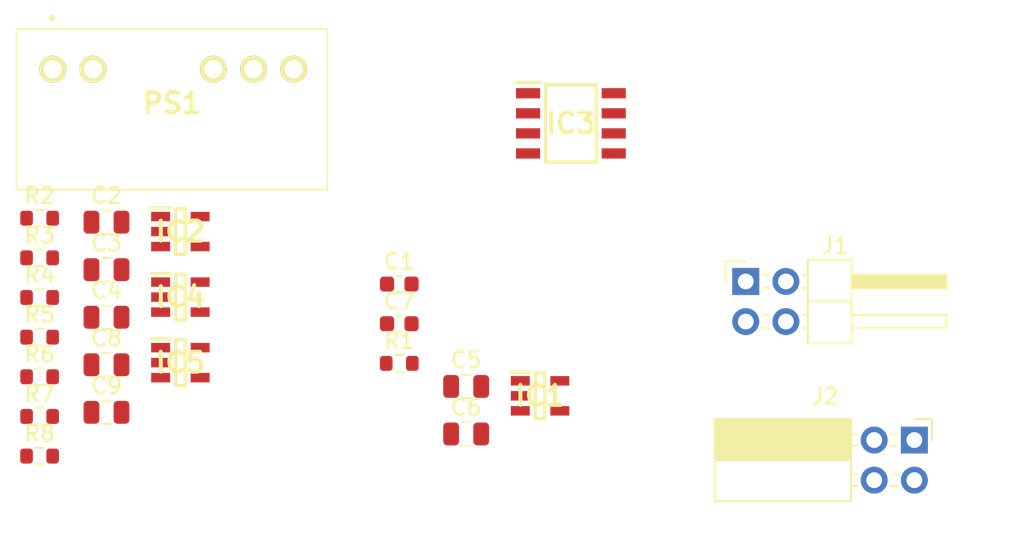
<source format=kicad_pcb>
(kicad_pcb (version 20241229) (generator "pcbnew") (generator_version "9.0")
  (layers (0 "F.Cu" signal) (2 "B.Cu" signal) (13 "F.Paste" user) (15 "B.Paste" user) (5 "F.SilkS" user "F.Silkscreen") (7 "B.SilkS" user "B.Silkscreen") (1 "F.Mask" user) (3 "B.Mask" user) (25 "Edge.Cuts" user))
  (net 0 "")
  (net 2 "/PWM_iso/5,5V")
  (net 3 "/PWM_iso/V-_DRIVER")
  (net 4 "GND")
  (net 5 "+12V")
  (net 6 "GND_Driver")
  (net 7 "Net-(IC4-EN)")
  (net 8 "Net-(IC2--IN)")
  (net 9 "+3.3V")
  (net 10 "/PowerSupply_iso/V+_Driver")
  (net 12 "Net-(IC2-ADJ)")
  (net 13 "/PWM_iso/PWM_IN")
  (net 14 "/PWM_iso/PWM_OUT")
  (net 15 "Net-(IC4-ADJ)")
  (net 17 "Net-(PS1--VOUT)")
  (net 18 "Net-(PS1-+VOUT)")
  (footprint "Resistor_SMD:R_0603_1608Metric" (layer "F.Cu") (at 77.945 35.725)
    (property "Reference" "R4" (at 0 -1.43 0) (layer "F.SilkS"))
    (property "Value" "240")
    (fp_line (start -0.237258 -0.5225) (end 0.237258 -0.5225) (stroke (width 0.12)) (layer "F.SilkS"))
    (fp_line (start -0.237258 0.5225) (end 0.237258 0.5225) (stroke (width 0.12)) (layer "F.SilkS"))
    (pad "1" smd roundrect (at -0.825 0) (size 0.8 0.95) (layers "F.Cu" "F.Mask" "F.Paste") (net 15 "Net-(IC4-ADJ)"))
    (pad "2" smd roundrect (at 0.825 0) (size 0.8 0.95) (layers "F.Cu" "F.Mask" "F.Paste") (net 6 "GND_Driver"))
  )
  (footprint "SamacSys_Parts:MEJ2D1212SC" (layer "F.Cu") (at 78.775 21.27)
    (property "Reference" "PS1" (at 7.54 2.15 0) (layer "F.SilkS") (effects (font (size 1.27 1.27) (thickness 0.254))))
    (property "Value" "MEJ2D1212SC" (hide yes))
    (fp_line (start -2.285 -2.53) (end 17.365 -2.53) (stroke (width 0.1)) (layer "F.SilkS"))
    (fp_line (start -2.285 7.63) (end -2.285 -2.53) (stroke (width 0.1)) (layer "F.SilkS"))
    (fp_line (start -0.155 -3.23) (end -0.155 -3.23) (stroke (width 0.2)) (layer "F.SilkS"))
    (fp_line (start 0.045 -3.23) (end 0.045 -3.23) (stroke (width 0.2)) (layer "F.SilkS"))
    (fp_line (start 17.365 -2.53) (end 17.365 7.63) (stroke (width 0.1)) (layer "F.SilkS"))
    (fp_line (start 17.365 7.63) (end -2.285 7.63) (stroke (width 0.1)) (layer "F.SilkS"))
    (fp_arc (start -0.155 -3.23) (mid -0.055 -3.33) (end 0.045 -3.23) (stroke (width 0.2)) (layer "F.SilkS"))
    (fp_arc (start 0.045 -3.23) (mid -0.055 -3.13) (end -0.155 -3.23) (stroke (width 0.2)) (layer "F.SilkS"))
    (pad "1" thru_hole circle (at 0 0 90) (size 1.7 1.7) (drill 1.15) (layers "*.Cu" "*.Mask" "F.SilkS") (net 5 "+12V"))
    (pad "2" thru_hole circle (at 2.54 0 90) (size 1.7 1.7) (drill 1.15) (layers "*.Cu" "*.Mask" "F.SilkS") (net 4 "GND"))
    (pad "5" thru_hole circle (at 10.16 0 90) (size 1.7 1.7) (drill 1.15) (layers "*.Cu" "*.Mask" "F.SilkS") (net 17 "Net-(PS1--VOUT)"))
    (pad "6" thru_hole circle (at 12.7 0 90) (size 1.7 1.7) (drill 1.15) (layers "*.Cu" "*.Mask" "F.SilkS") (net 6 "GND_Driver"))
    (pad "7" thru_hole circle (at 15.24 0 90) (size 1.7 1.7) (drill 1.15) (layers "*.Cu" "*.Mask" "F.SilkS") (net 18 "Net-(PS1-+VOUT)"))
  )
  (footprint "Capacitor_SMD:C_0805_2012Metric" (layer "F.Cu") (at 104.925 41.355)
    (property "Reference" "C5" (at 0 -1.68 0) (layer "F.SilkS"))
    (property "Value" "4u7")
    (fp_line (start -0.261252 -0.735) (end 0.261252 -0.735) (stroke (width 0.12)) (layer "F.SilkS"))
    (fp_line (start -0.261252 0.735) (end 0.261252 0.735) (stroke (width 0.12)) (layer "F.SilkS"))
    (pad "1" smd roundrect (at -0.95 0) (size 1 1.45) (layers "F.Cu" "F.Mask" "F.Paste") (net 9 "+3.3V"))
    (pad "2" smd roundrect (at 0.95 0) (size 1 1.45) (layers "F.Cu" "F.Mask" "F.Paste") (net 4 "GND"))
  )
  (footprint "Resistor_SMD:R_0603_1608Metric" (layer "F.Cu") (at 77.945 38.235)
    (property "Reference" "R5" (at 0 -1.43 0) (layer "F.SilkS"))
    (property "Value" "47")
    (fp_line (start -0.237258 -0.5225) (end 0.237258 -0.5225) (stroke (width 0.12)) (layer "F.SilkS"))
    (fp_line (start -0.237258 0.5225) (end 0.237258 0.5225) (stroke (width 0.12)) (layer "F.SilkS"))
    (pad "1" smd roundrect (at -0.825 0) (size 0.8 0.95) (layers "F.Cu" "F.Mask" "F.Paste") (net 17 "Net-(PS1--VOUT)"))
    (pad "2" smd roundrect (at 0.825 0) (size 0.8 0.95) (layers "F.Cu" "F.Mask" "F.Paste") (net 8 "Net-(IC2--IN)"))
  )
  (footprint "Capacitor_SMD:C_0805_2012Metric" (layer "F.Cu") (at 82.175 30.955)
    (property "Reference" "C2" (at 0 -1.68 0) (layer "F.SilkS"))
    (property "Value" "4u7")
    (fp_line (start -0.261252 -0.735) (end 0.261252 -0.735) (stroke (width 0.12)) (layer "F.SilkS"))
    (fp_line (start -0.261252 0.735) (end 0.261252 0.735) (stroke (width 0.12)) (layer "F.SilkS"))
    (pad "1" smd roundrect (at -0.95 0) (size 1 1.45) (layers "F.Cu" "F.Mask" "F.Paste") (net 5 "+12V"))
    (pad "2" smd roundrect (at 0.95 0) (size 1 1.45) (layers "F.Cu" "F.Mask" "F.Paste") (net 4 "GND"))
  )
  (footprint "Connector_PinHeader_2.54mm:PinHeader_2x02_P2.54mm_Horizontal" (layer "F.Cu") (at 122.61 34.71)
    (property "Reference" "J1" (at 5.655 -2.27 0) (layer "F.SilkS"))
    (property "Value" "Conn_02x02_Counter_Clockwise")
    (fp_line (start -1.27 -1.27) (end 0 -1.27) (stroke (width 0.12)) (layer "F.SilkS"))
    (fp_line (start -1.27 0) (end -1.27 -1.27) (stroke (width 0.12)) (layer "F.SilkS"))
    (fp_line (start 1.077358 2.11) (end 1.462642 2.11) (stroke (width 0.12)) (layer "F.SilkS"))
    (fp_line (start 1.077358 2.97) (end 1.462642 2.97) (stroke (width 0.12)) (layer "F.SilkS"))
    (fp_line (start 1.16 -0.43) (end 1.462642 -0.43) (stroke (width 0.12)) (layer "F.SilkS"))
    (fp_line (start 1.16 0.43) (end 1.462642 0.43) (stroke (width 0.12)) (layer "F.SilkS"))
    (fp_line (start 3.617358 -0.43) (end 3.93 -0.43) (stroke (width 0.12)) (layer "F.SilkS"))
    (fp_line (start 3.617358 0.43) (end 3.93 0.43) (stroke (width 0.12)) (layer "F.SilkS"))
    (fp_line (start 3.617358 2.11) (end 3.93 2.11) (stroke (width 0.12)) (layer "F.SilkS"))
    (fp_line (start 3.617358 2.97) (end 3.93 2.97) (stroke (width 0.12)) (layer "F.SilkS"))
    (fp_line (start 3.93 -1.38) (end 3.93 3.92) (stroke (width 0.12)) (layer "F.SilkS"))
    (fp_line (start 3.93 1.27) (end 6.69 1.27) (stroke (width 0.12)) (layer "F.SilkS"))
    (fp_line (start 3.93 3.92) (end 6.69 3.92) (stroke (width 0.12)) (layer "F.SilkS"))
    (fp_line (start 6.69 -1.38) (end 3.93 -1.38) (stroke (width 0.12)) (layer "F.SilkS"))
    (fp_line (start 6.69 2.11) (end 12.69 2.11) (stroke (width 0.12)) (layer "F.SilkS"))
    (fp_line (start 6.69 3.92) (end 6.69 -1.38) (stroke (width 0.12)) (layer "F.SilkS"))
    (fp_line (start 12.69 2.11) (end 12.69 2.97) (stroke (width 0.12)) (layer "F.SilkS"))
    (fp_line (start 12.69 2.97) (end 6.69 2.97) (stroke (width 0.12)) (layer "F.SilkS"))
    (fp_rect (start 6.69 -0.43) (end 12.69 0.43) (stroke (width 0.12)) (fill yes) (layer "F.SilkS"))
    (pad "1" thru_hole rect (at 0 0) (size 1.7 1.7) (drill 1) (layers "*.Cu" "*.Mask") (net 5 "+12V"))
    (pad "2" thru_hole circle (at 2.54 0) (size 1.7 1.7) (drill 1) (layers "*.Cu" "*.Mask") (net 4 "GND"))
    (pad "3" thru_hole circle (at 0 2.54) (size 1.7 1.7) (drill 1) (layers "*.Cu" "*.Mask"))
    (pad "4" thru_hole circle (at 2.54 2.54) (size 1.7 1.7) (drill 1) (layers "*.Cu" "*.Mask") (net 13 "/PWM_iso/PWM_IN"))
  )
  (footprint "Capacitor_SMD:C_0805_2012Metric" (layer "F.Cu") (at 82.175 42.995)
    (property "Reference" "C9" (at 0 -1.68 0) (layer "F.SilkS"))
    (property "Value" "4u7")
    (fp_line (start -0.261252 -0.735) (end 0.261252 -0.735) (stroke (width 0.12)) (layer "F.SilkS"))
    (fp_line (start -0.261252 0.735) (end 0.261252 0.735) (stroke (width 0.12)) (layer "F.SilkS"))
    (pad "1" smd roundrect (at -0.95 0) (size 1 1.45) (layers "F.Cu" "F.Mask" "F.Paste") (net 2 "/PWM_iso/5,5V"))
    (pad "2" smd roundrect (at 0.95 0) (size 1 1.45) (layers "F.Cu" "F.Mask" "F.Paste") (net 6 "GND_Driver"))
  )
  (footprint "SamacSys_Parts:SOT95P280X145-5N" (layer "F.Cu") (at 109.6 41.95)
    (property "Reference" "IC1" (at 0 0 0) (layer "F.SilkS") (effects (font (size 1.27 1.27) (thickness 0.254))))
    (property "Value" "MIC5225-3.3YM5-TR" (hide yes))
    (fp_line (start -1.85 -1.5) (end -0.65 -1.5) (stroke (width 0.2)) (layer "F.SilkS"))
    (fp_line (start -0.3 -1.45) (end 0.3 -1.45) (stroke (width 0.2)) (layer "F.SilkS"))
    (fp_line (start -0.3 1.45) (end -0.3 -1.45) (stroke (width 0.2)) (layer "F.SilkS"))
    (fp_line (start 0.3 -1.45) (end 0.3 1.45) (stroke (width 0.2)) (layer "F.SilkS"))
    (fp_line (start 0.3 1.45) (end -0.3 1.45) (stroke (width 0.2)) (layer "F.SilkS"))
    (pad "1" smd rect (at -1.25 -0.95 90) (size 0.6 1.2) (layers "F.Cu" "F.Mask" "F.Paste") (net 5 "+12V"))
    (pad "2" smd rect (at -1.25 0 90) (size 0.6 1.2) (layers "F.Cu" "F.Mask" "F.Paste") (net 4 "GND"))
    (pad "3" smd rect (at -1.25 0.95 90) (size 0.6 1.2) (layers "F.Cu" "F.Mask" "F.Paste") (net 5 "+12V"))
    (pad "4" smd rect (at 1.25 0.95 90) (size 0.6 1.2) (layers "F.Cu" "F.Mask" "F.Paste"))
    (pad "5" smd rect (at 1.25 -0.95 90) (size 0.6 1.2) (layers "F.Cu" "F.Mask" "F.Paste") (net 9 "+3.3V"))
  )
  (footprint "SamacSys_Parts:SOT95P280X145-5N" (layer "F.Cu") (at 86.85 39.85)
    (property "Reference" "IC5" (at 0 0 0) (layer "F.SilkS") (effects (font (size 1.27 1.27) (thickness 0.254))))
    (property "Value" "MIC5225YM5-TR" (hide yes))
    (fp_line (start -1.85 -1.5) (end -0.65 -1.5) (stroke (width 0.2)) (layer "F.SilkS"))
    (fp_line (start -0.3 -1.45) (end 0.3 -1.45) (stroke (width 0.2)) (layer "F.SilkS"))
    (fp_line (start -0.3 1.45) (end -0.3 -1.45) (stroke (width 0.2)) (layer "F.SilkS"))
    (fp_line (start 0.3 -1.45) (end 0.3 1.45) (stroke (width 0.2)) (layer "F.SilkS"))
    (fp_line (start 0.3 1.45) (end -0.3 1.45) (stroke (width 0.2)) (layer "F.SilkS"))
    (pad "1" smd rect (at -1.25 -0.95 90) (size 0.6 1.2) (layers "F.Cu" "F.Mask" "F.Paste") (net 7 "Net-(IC4-EN)"))
    (pad "2" smd rect (at -1.25 0 90) (size 0.6 1.2) (layers "F.Cu" "F.Mask" "F.Paste") (net 6 "GND_Driver"))
    (pad "3" smd rect (at -1.25 0.95 90) (size 0.6 1.2) (layers "F.Cu" "F.Mask" "F.Paste") (net 7 "Net-(IC4-EN)"))
    (pad "4" smd rect (at 1.25 0.95 90) (size 0.6 1.2) (layers "F.Cu" "F.Mask" "F.Paste") (net 2 "/PWM_iso/5,5V"))
    (pad "5" smd rect (at 1.25 -0.95 90) (size 0.6 1.2) (layers "F.Cu" "F.Mask" "F.Paste") (net 10 "/PowerSupply_iso/V+_Driver"))
  )
  (footprint "Resistor_SMD:R_0603_1608Metric" (layer "F.Cu") (at 77.945 40.745)
    (property "Reference" "R6" (at 0 -1.43 0) (layer "F.SilkS"))
    (property "Value" "100")
    (fp_line (start -0.237258 -0.5225) (end 0.237258 -0.5225) (stroke (width 0.12)) (layer "F.SilkS"))
    (fp_line (start -0.237258 0.5225) (end 0.237258 0.5225) (stroke (width 0.12)) (layer "F.SilkS"))
    (pad "1" smd roundrect (at -0.825 0) (size 0.8 0.95) (layers "F.Cu" "F.Mask" "F.Paste") (net 10 "/PowerSupply_iso/V+_Driver"))
    (pad "2" smd roundrect (at 0.825 0) (size 0.8 0.95) (layers "F.Cu" "F.Mask" "F.Paste") (net 2 "/PWM_iso/5,5V"))
  )
  (footprint "Capacitor_SMD:C_0805_2012Metric" (layer "F.Cu") (at 82.175 36.975)
    (property "Reference" "C4" (at 0 -1.68 0) (layer "F.SilkS"))
    (property "Value" "4u7")
    (fp_line (start -0.261252 -0.735) (end 0.261252 -0.735) (stroke (width 0.12)) (layer "F.SilkS"))
    (fp_line (start -0.261252 0.735) (end 0.261252 0.735) (stroke (width 0.12)) (layer "F.SilkS"))
    (pad "1" smd roundrect (at -0.95 0) (size 1 1.45) (layers "F.Cu" "F.Mask" "F.Paste") (net 6 "GND_Driver"))
    (pad "2" smd roundrect (at 0.95 0) (size 1 1.45) (layers "F.Cu" "F.Mask" "F.Paste") (net 8 "Net-(IC2--IN)"))
  )
  (footprint "Capacitor_SMD:C_0603_1608Metric" (layer "F.Cu") (at 100.695 37.385)
    (property "Reference" "C7" (at 0 -1.43 0) (layer "F.SilkS"))
    (property "Value" "100n")
    (fp_line (start -0.14058 -0.51) (end 0.14058 -0.51) (stroke (width 0.12)) (layer "F.SilkS"))
    (fp_line (start -0.14058 0.51) (end 0.14058 0.51) (stroke (width 0.12)) (layer "F.SilkS"))
    (pad "1" smd roundrect (at -0.775 0) (size 0.9 0.95) (layers "F.Cu" "F.Mask" "F.Paste") (net 9 "+3.3V"))
    (pad "2" smd roundrect (at 0.775 0) (size 0.9 0.95) (layers "F.Cu" "F.Mask" "F.Paste") (net 4 "GND"))
  )
  (footprint "Capacitor_SMD:C_0805_2012Metric" (layer "F.Cu") (at 82.175 39.985)
    (property "Reference" "C8" (at 0 -1.68 0) (layer "F.SilkS"))
    (property "Value" "4u7")
    (fp_line (start -0.261252 -0.735) (end 0.261252 -0.735) (stroke (width 0.12)) (layer "F.SilkS"))
    (fp_line (start -0.261252 0.735) (end 0.261252 0.735) (stroke (width 0.12)) (layer "F.SilkS"))
    (pad "1" smd roundrect (at -0.95 0) (size 1 1.45) (layers "F.Cu" "F.Mask" "F.Paste") (net 10 "/PowerSupply_iso/V+_Driver"))
    (pad "2" smd roundrect (at 0.95 0) (size 1 1.45) (layers "F.Cu" "F.Mask" "F.Paste") (net 6 "GND_Driver"))
  )
  (footprint "Capacitor_SMD:C_0603_1608Metric" (layer "F.Cu") (at 100.695 34.875)
    (property "Reference" "C1" (at 0 -1.43 0) (layer "F.SilkS"))
    (property "Value" "100n")
    (fp_line (start -0.14058 -0.51) (end 0.14058 -0.51) (stroke (width 0.12)) (layer "F.SilkS"))
    (fp_line (start -0.14058 0.51) (end 0.14058 0.51) (stroke (width 0.12)) (layer "F.SilkS"))
    (pad "1" smd roundrect (at -0.775 0) (size 0.9 0.95) (layers "F.Cu" "F.Mask" "F.Paste") (net 2 "/PWM_iso/5,5V"))
    (pad "2" smd roundrect (at 0.775 0) (size 0.9 0.95) (layers "F.Cu" "F.Mask" "F.Paste") (net 3 "/PWM_iso/V-_DRIVER"))
  )
  (footprint "Capacitor_SMD:C_0805_2012Metric" (layer "F.Cu") (at 82.175 33.965)
    (property "Reference" "C3" (at 0 -1.68 0) (layer "F.SilkS"))
    (property "Value" "4u7")
    (fp_line (start -0.261252 -0.735) (end 0.261252 -0.735) (stroke (width 0.12)) (layer "F.SilkS"))
    (fp_line (start -0.261252 0.735) (end 0.261252 0.735) (stroke (width 0.12)) (layer "F.SilkS"))
    (pad "1" smd roundrect (at -0.95 0) (size 1 1.45) (layers "F.Cu" "F.Mask" "F.Paste") (net 7 "Net-(IC4-EN)"))
    (pad "2" smd roundrect (at 0.95 0) (size 1 1.45) (layers "F.Cu" "F.Mask" "F.Paste") (net 6 "GND_Driver"))
  )
  (footprint "SamacSys_Parts:SOT95P280X145-5N" (layer "F.Cu") (at 86.85 35.7)
    (property "Reference" "IC4" (at 0 0 0) (layer "F.SilkS") (effects (font (size 1.27 1.27) (thickness 0.254))))
    (property "Value" "MIC5225YM5-TR" (hide yes))
    (fp_line (start -1.85 -1.5) (end -0.65 -1.5) (stroke (width 0.2)) (layer "F.SilkS"))
    (fp_line (start -0.3 -1.45) (end 0.3 -1.45) (stroke (width 0.2)) (layer "F.SilkS"))
    (fp_line (start -0.3 1.45) (end -0.3 -1.45) (stroke (width 0.2)) (layer "F.SilkS"))
    (fp_line (start 0.3 -1.45) (end 0.3 1.45) (stroke (width 0.2)) (layer "F.SilkS"))
    (fp_line (start 0.3 1.45) (end -0.3 1.45) (stroke (width 0.2)) (layer "F.SilkS"))
    (pad "1" smd rect (at -1.25 -0.95 90) (size 0.6 1.2) (layers "F.Cu" "F.Mask" "F.Paste") (net 7 "Net-(IC4-EN)"))
    (pad "2" smd rect (at -1.25 0 90) (size 0.6 1.2) (layers "F.Cu" "F.Mask" "F.Paste") (net 6 "GND_Driver"))
    (pad "3" smd rect (at -1.25 0.95 90) (size 0.6 1.2) (layers "F.Cu" "F.Mask" "F.Paste") (net 7 "Net-(IC4-EN)"))
    (pad "4" smd rect (at 1.25 0.95 90) (size 0.6 1.2) (layers "F.Cu" "F.Mask" "F.Paste") (net 15 "Net-(IC4-ADJ)"))
    (pad "5" smd rect (at 1.25 -0.95 90) (size 0.6 1.2) (layers "F.Cu" "F.Mask" "F.Paste") (net 2 "/PWM_iso/5,5V"))
  )
  (footprint "Capacitor_SMD:C_0805_2012Metric" (layer "F.Cu") (at 104.925 44.365)
    (property "Reference" "C6" (at 0 -1.68 0) (layer "F.SilkS"))
    (property "Value" "4u7")
    (fp_line (start -0.261252 -0.735) (end 0.261252 -0.735) (stroke (width 0.12)) (layer "F.SilkS"))
    (fp_line (start -0.261252 0.735) (end 0.261252 0.735) (stroke (width 0.12)) (layer "F.SilkS"))
    (pad "1" smd roundrect (at -0.95 0) (size 1 1.45) (layers "F.Cu" "F.Mask" "F.Paste") (net 5 "+12V"))
    (pad "2" smd roundrect (at 0.95 0) (size 1 1.45) (layers "F.Cu" "F.Mask" "F.Paste") (net 4 "GND"))
  )
  (footprint "Resistor_SMD:R_0603_1608Metric" (layer "F.Cu") (at 77.945 33.215)
    (property "Reference" "R3" (at 0 -1.43 0) (layer "F.SilkS"))
    (property "Value" "820")
    (fp_line (start -0.237258 -0.5225) (end 0.237258 -0.5225) (stroke (width 0.12)) (layer "F.SilkS"))
    (fp_line (start -0.237258 0.5225) (end 0.237258 0.5225) (stroke (width 0.12)) (layer "F.SilkS"))
    (pad "1" smd roundrect (at -0.825 0) (size 0.8 0.95) (layers "F.Cu" "F.Mask" "F.Paste") (net 2 "/PWM_iso/5,5V"))
    (pad "2" smd roundrect (at 0.825 0) (size 0.8 0.95) (layers "F.Cu" "F.Mask" "F.Paste") (net 15 "Net-(IC4-ADJ)"))
  )
  (footprint "Resistor_SMD:R_0603_1608Metric" (layer "F.Cu") (at 77.945 45.765)
    (property "Reference" "R8" (at 0 -1.43 0) (layer "F.SilkS"))
    (property "Value" "220")
    (fp_line (start -0.237258 -0.5225) (end 0.237258 -0.5225) (stroke (width 0.12)) (layer "F.SilkS"))
    (fp_line (start -0.237258 0.5225) (end 0.237258 0.5225) (stroke (width 0.12)) (layer "F.SilkS"))
    (pad "1" smd roundrect (at -0.825 0) (size 0.8 0.95) (layers "F.Cu" "F.Mask" "F.Paste") (net 12 "Net-(IC2-ADJ)"))
    (pad "2" smd roundrect (at 0.825 0) (size 0.8 0.95) (layers "F.Cu" "F.Mask" "F.Paste") (net 3 "/PWM_iso/V-_DRIVER"))
  )
  (footprint "SamacSys_Parts:SOT95P280X145-5N" (layer "F.Cu") (at 86.85 31.55)
    (property "Reference" "IC2" (at 0 0 0) (layer "F.SilkS") (effects (font (size 1.27 1.27) (thickness 0.254))))
    (property "Value" "MIC5271YM5-TR" (hide yes))
    (fp_line (start -1.85 -1.5) (end -0.65 -1.5) (stroke (width 0.2)) (layer "F.SilkS"))
    (fp_line (start -0.3 -1.45) (end 0.3 -1.45) (stroke (width 0.2)) (layer "F.SilkS"))
    (fp_line (start -0.3 1.45) (end -0.3 -1.45) (stroke (width 0.2)) (layer "F.SilkS"))
    (fp_line (start 0.3 -1.45) (end 0.3 1.45) (stroke (width 0.2)) (layer "F.SilkS"))
    (fp_line (start 0.3 1.45) (end -0.3 1.45) (stroke (width 0.2)) (layer "F.SilkS"))
    (pad "1" smd rect (at -1.25 -0.95 90) (size 0.6 1.2) (layers "F.Cu" "F.Mask" "F.Paste") (net 8 "Net-(IC2--IN)"))
    (pad "2" smd rect (at -1.25 0 90) (size 0.6 1.2) (layers "F.Cu" "F.Mask" "F.Paste") (net 6 "GND_Driver"))
    (pad "3" smd rect (at -1.25 0.95 90) (size 0.6 1.2) (layers "F.Cu" "F.Mask" "F.Paste") (net 12 "Net-(IC2-ADJ)"))
    (pad "4" smd rect (at 1.25 0.95 90) (size 0.6 1.2) (layers "F.Cu" "F.Mask" "F.Paste") (net 3 "/PWM_iso/V-_DRIVER"))
    (pad "5" smd rect (at 1.25 -0.95 90) (size 0.6 1.2) (layers "F.Cu" "F.Mask" "F.Paste") (net 8 "Net-(IC2--IN)"))
  )
  (footprint "Connector_PinSocket_2.54mm:PinSocket_2x02_P2.54mm_Horizontal" (layer "F.Cu") (at 133.275 44.75)
    (property "Reference" "J2" (at -5.65 -2.77 0) (layer "F.SilkS"))
    (property "Value" "Conn_02x02_Counter_Clockwise")
    (fp_line (start -12.63 -1.33) (end -12.63 3.87) (stroke (width 0.12)) (layer "F.SilkS"))
    (fp_line (start -12.63 -1.33) (end -4 -1.33) (stroke (width 0.12)) (layer "F.SilkS"))
    (fp_line (start -12.63 -1.21) (end -4 -1.21) (stroke (width 0.12)) (layer "F.SilkS"))
    (fp_line (start -12.63 -1.091905) (end -4 -1.091905) (stroke (width 0.12)) (layer "F.SilkS"))
    (fp_line (start -12.63 -0.97381) (end -4 -0.97381) (stroke (width 0.12)) (layer "F.SilkS"))
    (fp_line (start -12.63 -0.855715) (end -4 -0.855715) (stroke (width 0.12)) (layer "F.SilkS"))
    (fp_line (start -12.63 -0.73762) (end -4 -0.73762) (stroke (width 0.12)) (layer "F.SilkS"))
    (fp_line (start -12.63 -0.619525) (end -4 -0.619525) (stroke (width 0.12)) (layer "F.SilkS"))
    (fp_line (start -12.63 -0.50143) (end -4 -0.50143) (stroke (width 0.12)) (layer "F.SilkS"))
    (fp_line (start -12.63 -0.383335) (end -4 -0.383335) (stroke (width 0.12)) (layer "F.SilkS"))
    (fp_line (start -12.63 -0.26524) (end -4 -0.26524) (stroke (width 0.12)) (layer "F.SilkS"))
    (fp_line (start -12.63 -0.147145) (end -4 -0.147145) (stroke (width 0.12)) (layer "F.SilkS"))
    (fp_line (start -12.63 -0.02905) (end -4 -0.02905) (stroke (width 0.12)) (layer "F.SilkS"))
    (fp_line (start -12.63 0.089045) (end -4 0.089045) (stroke (width 0.12)) (layer "F.SilkS"))
    (fp_line (start -12.63 0.20714) (end -4 0.20714) (stroke (width 0.12)) (layer "F.SilkS"))
    (fp_line (start -12.63 0.325235) (end -4 0.325235) (stroke (width 0.12)) (layer "F.SilkS"))
    (fp_line (start -12.63 0.44333) (end -4 0.44333) (stroke (width 0.12)) (layer "F.SilkS"))
    (fp_line (start -12.63 0.561425) (end -4 0.561425) (stroke (width 0.12)) (layer "F.SilkS"))
    (fp_line (start -12.63 0.67952) (end -4 0.67952) (stroke (width 0.12)) (layer "F.SilkS"))
    (fp_line (start -12.63 0.797615) (end -4 0.797615) (stroke (width 0.12)) (layer "F.SilkS"))
    (fp_line (start -12.63 0.91571) (end -4 0.91571) (stroke (width 0.12)) (layer "F.SilkS"))
    (fp_line (start -12.63 1.033805) (end -4 1.033805) (stroke (width 0.12)) (layer "F.SilkS"))
    (fp_line (start -12.63 1.1519) (end -4 1.1519) (stroke (width 0.12)) (layer "F.SilkS"))
    (fp_line (start -12.63 1.27) (end -4 1.27) (stroke (width 0.12)) (layer "F.SilkS"))
    (fp_line (start -12.63 3.87) (end -4 3.87) (stroke (width 0.12)) (layer "F.SilkS"))
    (fp_line (start -4 -1.33) (end -4 3.87) (stroke (width 0.12)) (layer "F.SilkS"))
    (fp_line (start -4 -0.36) (end -3.59 -0.36) (stroke (width 0.12)) (layer "F.SilkS"))
    (fp_line (start -4 0.36) (end -3.59 0.36) (stroke (width 0.12)) (layer "F.SilkS"))
    (fp_line (start -4 2.18) (end -3.59 2.18) (stroke (width 0.12)) (layer "F.SilkS"))
    (fp_line (start -4 2.9) (end -3.59 2.9) (stroke (width 0.12)) (layer "F.SilkS"))
    (fp_line (start -1.49 -0.36) (end -1.11 -0.36) (stroke (width 0.12)) (layer "F.SilkS"))
    (fp_line (start -1.49 0.36) (end -1.11 0.36) (stroke (width 0.12)) (layer "F.SilkS"))
    (fp_line (start -1.49 2.18) (end -1.05 2.18) (stroke (width 0.12)) (layer "F.SilkS"))
    (fp_line (start -1.49 2.9) (end -1.05 2.9) (stroke (width 0.12)) (layer "F.SilkS"))
    (fp_line (start 0 -1.33) (end 1.11 -1.33) (stroke (width 0.12)) (layer "F.SilkS"))
    (fp_line (start 1.11 -1.33) (end 1.11 0) (stroke (width 0.12)) (layer "F.SilkS"))
    (pad "1" thru_hole rect (at 0 0) (size 1.7 1.7) (drill 1) (layers "*.Cu" "*.Mask") (net 10 "/PowerSupply_iso/V+_Driver"))
    (pad "2" thru_hole circle (at -2.54 0) (size 1.7 1.7) (drill 1) (layers "*.Cu" "*.Mask") (net 6 "GND_Driver"))
    (pad "3" thru_hole circle (at 0 2.54) (size 1.7 1.7) (drill 1) (layers "*.Cu" "*.Mask") (net 3 "/PWM_iso/V-_DRIVER"))
    (pad "4" thru_hole circle (at -2.54 2.54) (size 1.7 1.7) (drill 1) (layers "*.Cu" "*.Mask") (net 14 "/PWM_iso/PWM_OUT"))
  )
  (footprint "Resistor_SMD:R_0603_1608Metric" (layer "F.Cu") (at 100.695 39.895)
    (property "Reference" "R1" (at 0 -1.43 0) (layer "F.SilkS"))
    (property "Value" "10k")
    (fp_line (start -0.237258 -0.5225) (end 0.237258 -0.5225) (stroke (width 0.12)) (layer "F.SilkS"))
    (fp_line (start -0.237258 0.5225) (end 0.237258 0.5225) (stroke (width 0.12)) (layer "F.SilkS"))
    (pad "1" smd roundrect (at -0.825 0) (size 0.8 0.95) (layers "F.Cu" "F.Mask" "F.Paste") (net 13 "/PWM_iso/PWM_IN"))
    (pad "2" smd roundrect (at 0.825 0) (size 0.8 0.95) (layers "F.Cu" "F.Mask" "F.Paste") (net 4 "GND"))
  )
  (footprint "Resistor_SMD:R_0603_1608Metric" (layer "F.Cu") (at 77.945 30.705)
    (property "Reference" "R2" (at 0 -1.43 0) (layer "F.SilkS"))
    (property "Value" "47")
    (fp_line (start -0.237258 -0.5225) (end 0.237258 -0.5225) (stroke (width 0.12)) (layer "F.SilkS"))
    (fp_line (start -0.237258 0.5225) (end 0.237258 0.5225) (stroke (width 0.12)) (layer "F.SilkS"))
    (pad "1" smd roundrect (at -0.825 0) (size 0.8 0.95) (layers "F.Cu" "F.Mask" "F.Paste") (net 7 "Net-(IC4-EN)"))
    (pad "2" smd roundrect (at 0.825 0) (size 0.8 0.95) (layers "F.Cu" "F.Mask" "F.Paste") (net 18 "Net-(PS1-+VOUT)"))
  )
  (footprint "Resistor_SMD:R_0603_1608Metric" (layer "F.Cu") (at 77.945 43.255)
    (property "Reference" "R7" (at 0 -1.43 0) (layer "F.SilkS"))
    (property "Value" "330")
    (fp_line (start -0.237258 -0.5225) (end 0.237258 -0.5225) (stroke (width 0.12)) (layer "F.SilkS"))
    (fp_line (start -0.237258 0.5225) (end 0.237258 0.5225) (stroke (width 0.12)) (layer "F.SilkS"))
    (pad "1" smd roundrect (at -0.825 0) (size 0.8 0.95) (layers "F.Cu" "F.Mask" "F.Paste") (net 6 "GND_Driver"))
    (pad "2" smd roundrect (at 0.825 0) (size 0.8 0.95) (layers "F.Cu" "F.Mask" "F.Paste") (net 12 "Net-(IC2-ADJ)"))
  )
  (footprint "SamacSys_Parts:SOIC127P600X175-8N" (layer "F.Cu") (at 111.55 24.7)
    (property "Reference" "IC3" (at 0 0 0) (layer "F.SilkS") (effects (font (size 1.27 1.27) (thickness 0.254))))
    (property "Value" "ISO7721FDR" (hide yes))
    (fp_line (start -3.475 -2.58) (end -1.948 -2.58) (stroke (width 0.2)) (layer "F.SilkS"))
    (fp_line (start -1.598 -2.452) (end 1.598 -2.452) (stroke (width 0.2)) (layer "F.SilkS"))
    (fp_line (start -1.598 2.452) (end -1.598 -2.452) (stroke (width 0.2)) (layer "F.SilkS"))
    (fp_line (start 1.598 -2.452) (end 1.598 2.452) (stroke (width 0.2)) (layer "F.SilkS"))
    (fp_line (start 1.598 2.452) (end -1.598 2.452) (stroke (width 0.2)) (layer "F.SilkS"))
    (pad "1" smd rect (at -2.711 -1.905 90) (size 0.65 1.528) (layers "F.Cu" "F.Mask" "F.Paste") (net 9 "+3.3V"))
    (pad "2" smd rect (at -2.711 -0.635 90) (size 0.65 1.528) (layers "F.Cu" "F.Mask" "F.Paste"))
    (pad "3" smd rect (at -2.711 0.635 90) (size 0.65 1.528) (layers "F.Cu" "F.Mask" "F.Paste") (net 13 "/PWM_iso/PWM_IN"))
    (pad "4" smd rect (at -2.711 1.905 90) (size 0.65 1.528) (layers "F.Cu" "F.Mask" "F.Paste") (net 4 "GND"))
    (pad "5" smd rect (at 2.711 1.905 90) (size 0.65 1.528) (layers "F.Cu" "F.Mask" "F.Paste") (net 3 "/PWM_iso/V-_DRIVER"))
    (pad "6" smd rect (at 2.711 0.635 90) (size 0.65 1.528) (layers "F.Cu" "F.Mask" "F.Paste") (net 14 "/PWM_iso/PWM_OUT"))
    (pad "7" smd rect (at 2.711 -0.635 90) (size 0.65 1.528) (layers "F.Cu" "F.Mask" "F.Paste") (net 3 "/PWM_iso/V-_DRIVER"))
    (pad "8" smd rect (at 2.711 -1.905 90) (size 0.65 1.528) (layers "F.Cu" "F.Mask" "F.Paste") (net 2 "/PWM_iso/5,5V"))
  )
)
</source>
